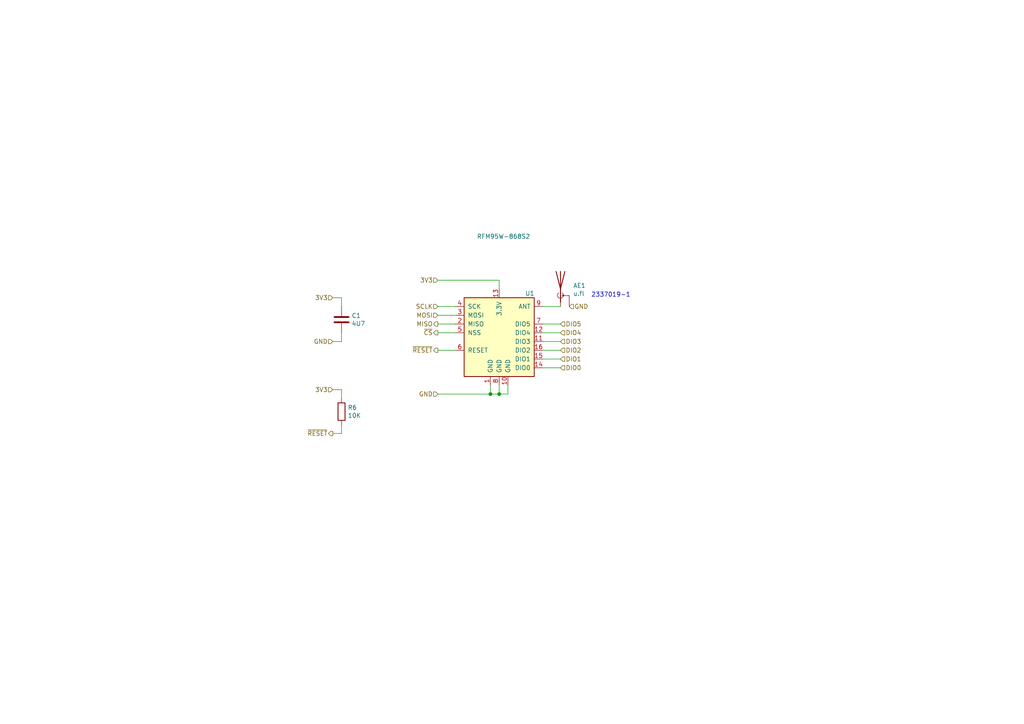
<source format=kicad_sch>
(kicad_sch (version 20211123) (generator eeschema)
  (paper "A4")
  (lib_symbols
    (symbol "Device:Antenna_Shield" (pin_numbers hide) (pin_names (offset 1.016) hide)
      (property "Reference" "AE" (at -1.905 4.445 0))
      (property "Value" "Antenna_Shield" (at -1.905 2.54 0))
      (symbol "Antenna_Shield_0_1"
        (arc (start -0.508 -1.143) (mid -0.8429 -2.1194) (end 0 -2.667))
        (arc (start 0 -2.667) (mid 0.7989 -2.1052) (end 0.508 -1.143))
        (polyline (pts (xy 0 -2.54) (xy 0 0)))
        (polyline (pts (xy 0 5.08) (xy 0 -3.81)) (stroke (width 0.254)))
        (polyline (pts (xy 0.762 -1.905) (xy 2.54 -1.905)))
        (polyline (pts (xy 2.54 -2.54) (xy 2.54 -1.905)))
        (polyline (pts (xy 1.27 5.08) (xy 0 0) (xy -1.27 5.08)) (stroke (width 0.254)))
        (circle (center 0.762 -1.905) (radius 0.1778) (fill (type outline)))
      )
      (symbol "Antenna_Shield_1_1"
        (pin input line (at 0 -5.08 90) (length 2.54) (name "A") (number "1"))
        (pin input line (at 2.54 -5.08 90) (length 2.54) (name "Shield") (number "2"))
      )
    )
    (symbol "Device:C" (pin_numbers hide) (pin_names (offset 0.254))
      (property "Reference" "C" (at 0.635 2.54 0))
      (property "Value" "C" (at 0.635 -2.54 0))
      (symbol "C_0_1"
        (polyline (pts (xy -2.032 -0.762) (xy 2.032 -0.762)) (stroke (width 0.508)))
        (polyline (pts (xy -2.032 0.762) (xy 2.032 0.762)) (stroke (width 0.508)))
      )
      (symbol "C_1_1"
        (pin passive line (at 0 3.81 270) (length 2.794) (name "~") (number "1"))
        (pin passive line (at 0 -3.81 90) (length 2.794) (name "~") (number "2"))
      )
    )
    (symbol "Device:R" (pin_numbers hide) (pin_names (offset 0))
      (property "Reference" "R" (at 2.032 0 90))
      (property "Value" "R" (at 0 0 90))
      (symbol "R_0_1"
        (rectangle (start -1.016 -2.54) (end 1.016 2.54) (stroke (width 0.254)))
      )
      (symbol "R_1_1"
        (pin passive line (at 0 3.81 270) (length 1.27) (name "~") (number "1"))
        (pin passive line (at 0 -3.81 90) (length 1.27) (name "~") (number "2"))
      )
    )
    (symbol "RF_Module:RFM95W-868S2" (pin_names (offset 1.016))
      (property "Reference" "U" (at -10.414 11.684 0))
      (property "Value" "RFM95W-868S2" (at 1.524 11.43 0))
      (symbol "RFM95W-868S2_0_1"
        (rectangle (start -10.16 10.16) (end 10.16 -12.7) (stroke (width 0.254)) (fill (type background)))
      )
      (symbol "RFM95W-868S2_1_1"
        (pin power_in line (at -2.54 -15.24 90) (length 2.54) (name "GND") (number "1"))
        (pin power_in line (at 2.54 -15.24 90) (length 2.54) (name "GND") (number "10"))
        (pin bidirectional line (at 12.7 -2.54 180) (length 2.54) (name "DIO3") (number "11"))
        (pin bidirectional line (at 12.7 0 180) (length 2.54) (name "DIO4") (number "12"))
        (pin power_in line (at 0 12.7 270) (length 2.54) (name "3.3V") (number "13"))
        (pin bidirectional line (at 12.7 -10.16 180) (length 2.54) (name "DIO0") (number "14"))
        (pin bidirectional line (at 12.7 -7.62 180) (length 2.54) (name "DIO1") (number "15"))
        (pin bidirectional line (at 12.7 -5.08 180) (length 2.54) (name "DIO2") (number "16"))
        (pin output line (at -12.7 2.54 0) (length 2.54) (name "MISO") (number "2"))
        (pin input line (at -12.7 5.08 0) (length 2.54) (name "MOSI") (number "3"))
        (pin input line (at -12.7 7.62 0) (length 2.54) (name "SCK") (number "4"))
        (pin input line (at -12.7 0 0) (length 2.54) (name "NSS") (number "5"))
        (pin bidirectional line (at -12.7 -5.08 0) (length 2.54) (name "RESET") (number "6"))
        (pin bidirectional line (at 12.7 2.54 180) (length 2.54) (name "DIO5") (number "7"))
        (pin power_in line (at 0 -15.24 90) (length 2.54) (name "GND") (number "8"))
        (pin bidirectional line (at 12.7 7.62 180) (length 2.54) (name "ANT") (number "9"))
      )
    )
  )
  (junction (at 142.24 114.3))
  (junction (at 144.78 114.3))
  (wire (pts (xy 162.56 104.14) (xy 157.48 104.14)))
  (wire (pts (xy 132.08 101.6) (xy 127 101.6)))
  (wire (pts (xy 99.06 115.57) (xy 99.06 113.03)))
  (wire (pts (xy 96.52 99.06) (xy 99.06 99.06)))
  (wire (pts (xy 132.08 91.44) (xy 127 91.44)))
  (wire (pts (xy 127 88.9) (xy 132.08 88.9)))
  (wire (pts (xy 162.56 88.9) (xy 157.48 88.9)))
  (wire (pts (xy 96.52 125.73) (xy 99.06 125.73)))
  (wire (pts (xy 96.52 86.36) (xy 99.06 86.36)))
  (wire (pts (xy 157.48 99.06) (xy 162.56 99.06)))
  (wire (pts (xy 144.78 111.76) (xy 144.78 114.3)))
  (wire (pts (xy 142.24 114.3) (xy 142.24 111.76)))
  (wire (pts (xy 132.08 96.52) (xy 127 96.52)))
  (wire (pts (xy 157.48 106.68) (xy 162.56 106.68)))
  (wire (pts (xy 144.78 114.3) (xy 147.32 114.3)))
  (wire (pts (xy 144.78 81.28) (xy 144.78 83.82)))
  (wire (pts (xy 127 114.3) (xy 142.24 114.3)))
  (wire (pts (xy 162.56 93.98) (xy 157.48 93.98)))
  (wire (pts (xy 144.78 114.3) (xy 142.24 114.3)))
  (wire (pts (xy 147.32 114.3) (xy 147.32 111.76)))
  (wire (pts (xy 99.06 125.73) (xy 99.06 123.19)))
  (wire (pts (xy 99.06 86.36) (xy 99.06 88.9)))
  (wire (pts (xy 157.48 101.6) (xy 162.56 101.6)))
  (wire (pts (xy 157.48 96.52) (xy 162.56 96.52)))
  (wire (pts (xy 127 81.28) (xy 144.78 81.28)))
  (wire (pts (xy 127 93.98) (xy 132.08 93.98)))
  (wire (pts (xy 99.06 99.06) (xy 99.06 96.52)))
  (wire (pts (xy 99.06 113.03) (xy 96.52 113.03)))
  (text "2337019-1" (at 171.45 86.36 0) (effects (font (size 1.27 1.27)) (justify left bottom)))
  (hierarchical_label "DIO1" (shape input) (at 162.56 104.14 0))
  (hierarchical_label "MOSI" (shape input) (at 127 91.44 180))
  (hierarchical_label "DIO3" (shape input) (at 162.56 99.06 0))
  (hierarchical_label "~{RESET}" (shape output) (at 127 101.6 180))
  (hierarchical_label "3V3" (shape input) (at 96.52 86.36 180))
  (hierarchical_label "MISO" (shape output) (at 127 93.98 180))
  (hierarchical_label "DIO0" (shape input) (at 162.56 106.68 0))
  (hierarchical_label "GND" (shape input) (at 127 114.3 180))
  (hierarchical_label "SCLK" (shape input) (at 127 88.9 180))
  (hierarchical_label "GND" (shape input) (at 165.1 88.9 0))
  (hierarchical_label "3V3" (shape input) (at 96.52 113.03 180))
  (hierarchical_label "DIO2" (shape input) (at 162.56 101.6 0))
  (hierarchical_label "GND" (shape input) (at 96.52 99.06 180))
  (hierarchical_label "3V3" (shape input) (at 127 81.28 180))
  (hierarchical_label "DIO5" (shape input) (at 162.56 93.98 0))
  (hierarchical_label "DIO4" (shape input) (at 162.56 96.52 0))
  (hierarchical_label "~{RESET}" (shape output) (at 96.52 125.73 180))
  (hierarchical_label "~{CS}" (shape output) (at 127 96.52 180))
  (symbol (lib_id "RF_Module:RFM95W-868S2") (at 144.78 96.52 0) (unit 1)
    (property "Reference" "U1" (at 153.67 85.09 0))
    (property "Value" "RFM95W-868S2" (at 146.05 68.58 0))
    (property "Footprint" "william_rf:HOPERF_RFM9XW_SMD" (effects hide))
    (property "Datasheet" "https://www.hoperf.com/data/upload/portal/20181127/5bfcbea20e9ef.pdf" (effects hide))
  )
  (symbol (lib_id "Device:R") (at 99.06 119.38 0) (unit 1)
    (property "Reference" "R6" (at 100.838 118.2116 0) (effects (justify left)))
    (property "Value" "10K" (at 100.838 120.523 0) (effects (justify left)))
    (property "Footprint" "Resistor_SMD:R_0603_1608Metric" (effects hide))
  )
  (symbol (lib_id "Device:C") (at 99.06 92.71 0) (unit 1)
    (property "Reference" "C1" (at 101.981 91.5416 0) (effects (justify left)))
    (property "Value" "4U7" (at 101.981 93.853 0) (effects (justify left)))
    (property "Footprint" "Capacitor_SMD:C_0603_1608Metric" (effects hide))
  )
  (symbol (lib_id "Device:Antenna_Shield") (at 162.56 83.82 0) (unit 1)
    (property "Reference" "AE1" (at 166.2176 82.8294 0) (effects (justify left)))
    (property "Value" "u.fl" (at 166.2176 85.1408 0) (effects (justify left)))
    (property "Footprint" "william_rf:Coax_Conn_U.FL" (effects hide))
  )
)
</source>
